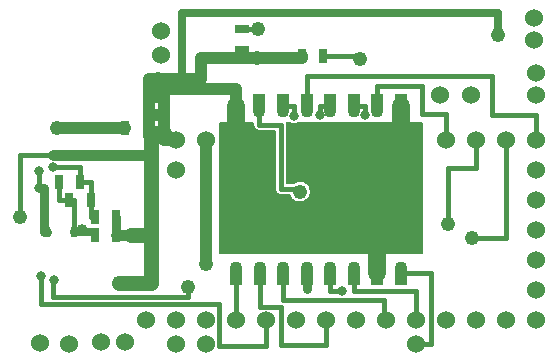
<source format=gbr>
%FSLAX23Y23*%
%MOIN*%
G04 EasyPC Gerber Version 17.0 Build 3379 *
%AMT107*0 Bullet Pad at angle 0*21,1,0.04331,0.05709,0,0,0*%
%ADD107T107*%
%ADD104R,0.02480X0.03268*%
%ADD28R,0.03150X0.04724*%
%ADD10C,0.00500*%
%ADD74C,0.01500*%
%ADD76C,0.02500*%
%ADD135C,0.02756*%
%ADD72C,0.03000*%
%ADD17C,0.03200*%
%ADD108C,0.03500*%
%ADD126C,0.03937*%
%ADD73C,0.04000*%
%ADD106C,0.04331*%
%ADD29C,0.04800*%
%ADD109C,0.05000*%
%ADD127C,0.05906*%
%ADD19C,0.06000*%
%ADD23R,0.04724X0.03150*%
%AMT105*0 Bullet Pad at angle 180*21,1,0.04331,0.05709,0,0,180*%
%ADD105T105*%
X0Y0D02*
D02*
D10*
X1031Y781D02*
X920D01*
Y347*
X1594*
Y781*
X1414*
G75*
G02X1393I-10J27*
G01*
X1184*
G75*
G02X1150I-17J23*
G01*
X1142*
G75*
G02X1143Y773I-19J-7*
G01*
Y579*
X1163*
G75*
G02X1223Y551I24J-27*
G01*
G75*
G02X1153Y539I-37*
G01*
X1123*
G75*
G02X1103Y559J20*
G01*
Y753*
X1051*
G75*
G02X1031Y773J20*
G01*
Y781*
G36*
X920*
Y347*
X1594*
Y781*
X1414*
G75*
G02X1393I-10J27*
G01*
X1184*
G75*
G02X1150I-17J23*
G01*
X1142*
G75*
G02X1143Y773I-19J-7*
G01*
Y579*
X1163*
G75*
G02X1223Y551I24J-27*
G01*
G75*
G02X1153Y539I-37*
G01*
X1123*
G75*
G02X1103Y559J20*
G01*
Y753*
X1051*
G75*
G02X1031Y773J20*
G01*
Y781*
G37*
D02*
D17*
X318Y620D03*
X318Y563D03*
X322Y271D03*
X363Y632D03*
Y673D03*
X367Y257D03*
X1167Y804D03*
X1255Y807D03*
X1326Y220D03*
X1403Y808D03*
D02*
D19*
X320Y45D03*
X417Y42D03*
X522Y49D03*
X602Y51D03*
X673Y123D03*
X723Y1008D03*
Y1088D03*
X773Y43D03*
Y123D03*
Y623D03*
Y723D03*
X873Y43D03*
Y123D03*
Y723D03*
X973Y123D03*
X1073D03*
X1173D03*
X1273D03*
X1373D03*
X1473D03*
X1573Y43D03*
Y123D03*
X1653Y873D03*
X1673Y123D03*
Y723D03*
X1758Y873D03*
X1773Y123D03*
Y723D03*
X1873Y123D03*
Y723D03*
X1968Y1056D03*
Y1129D03*
X1973Y123D03*
Y223D03*
Y323D03*
Y423D03*
Y523D03*
Y623D03*
Y723D03*
Y873D03*
Y946D03*
D02*
D23*
X993Y1022D03*
Y1093D03*
D02*
D28*
X383Y583D03*
X418Y523D03*
X454Y583D03*
X489Y523D03*
X503Y407D03*
Y468D03*
X574Y407D03*
Y468D03*
X605Y764D03*
X676D03*
X1193Y1002D03*
X1264D03*
D02*
D29*
X255Y465D03*
X378Y763D03*
X585Y246D03*
X713Y927D03*
X793Y928D03*
X812Y234D03*
X874Y309D03*
X1043Y998D03*
X1048Y1093D03*
X1187Y551D03*
X1388Y993D03*
X1680Y444D03*
X1760Y398D03*
X1848Y1073D03*
D02*
D72*
X318Y563D02*
X333D01*
Y418*
X343*
X574Y468D02*
Y407D01*
X993Y1022D02*
Y998D01*
X1043*
X1210Y225D02*
Y279D01*
X1209*
X1210Y225D03*
D02*
D73*
X378Y763D02*
X496D01*
Y764*
X605*
X683Y808D02*
X733D01*
X683D02*
Y868D01*
Y808D02*
Y738D01*
X733*
X683Y868D02*
X733D01*
Y877*
X683Y868D02*
Y928D01*
X793*
X733Y748D02*
Y723D01*
X773*
X733Y813D02*
Y748D01*
Y877D02*
Y813D01*
Y877D02*
Y902D01*
X713*
Y927*
X793Y928D02*
X858D01*
Y998*
X1043*
X793Y928D02*
X753D01*
Y927*
X713*
X873Y723D02*
Y309D01*
X973Y837D02*
X973D01*
Y892*
X733*
Y877*
X1193Y1002D02*
Y998D01*
X1043*
D02*
D74*
X318Y620D02*
Y591D01*
X318*
Y563*
X322Y271D02*
Y176D01*
X916*
Y35*
X1073*
Y123*
X363Y632D02*
X454D01*
Y583*
X363Y673D02*
X255D01*
Y465*
X367Y257D02*
X364D01*
Y201*
X814*
Y234*
X812*
X418Y523D02*
X383D01*
Y583*
X434Y418D02*
Y523D01*
X418*
X489D02*
Y583D01*
X454*
X489Y523D02*
Y468D01*
X503*
Y418D02*
Y407D01*
X690Y673D02*
Y668D01*
X733Y738D02*
Y748D01*
Y808D02*
Y813D01*
X873Y309D02*
X874D01*
X973Y279D02*
Y123D01*
X973*
X993Y1093D02*
X1048D01*
Y1093*
X1051Y837D02*
Y773D01*
X1123*
Y559*
X1187*
Y551*
X1052Y279D02*
Y166D01*
X1123*
Y39*
X1273*
Y123*
X1130Y837D02*
X1167D01*
Y804*
X1130Y279D02*
Y191D01*
X1468*
Y123*
X1473*
X1209Y837D02*
Y938D01*
X1828*
Y808*
X1973*
Y723*
X1264Y1002D02*
X1393D01*
Y998*
X1388Y993*
X1288Y837D02*
X1255D01*
Y807*
X1288Y279D02*
Y220D01*
X1326*
X1366Y837D02*
X1403D01*
Y808*
X1367Y279D02*
Y219D01*
X1573*
Y123*
X1445Y837D02*
Y902D01*
X1595*
Y811*
X1673*
Y723*
X1524Y635D02*
X1523D01*
X1524Y279D02*
X1623D01*
Y43*
X1573*
X1680Y444D02*
Y630D01*
X1773*
Y723*
X1760Y398D02*
X1873D01*
Y723*
D02*
D76*
X793Y928D02*
Y1148D01*
X1848*
Y1073*
D02*
D104*
X343Y418D03*
X434D03*
D02*
D105*
X973Y848D03*
D02*
D106*
Y819D03*
D02*
D105*
X1051Y848D03*
D02*
D106*
Y819D03*
D02*
D105*
X1130Y848D03*
D02*
D106*
Y819D03*
D02*
D105*
X1209Y848D03*
D02*
D106*
Y819D03*
D02*
D105*
X1288Y848D03*
D02*
D106*
Y819D03*
D02*
D105*
X1366Y848D03*
D02*
D106*
Y819D03*
D02*
D105*
X1445Y848D03*
D02*
D106*
Y819D03*
D02*
D105*
X1524Y848D03*
D02*
D106*
Y819D03*
D02*
D107*
X973Y269D03*
D02*
D106*
Y297D03*
D02*
D107*
X1052Y269D03*
D02*
D106*
Y297D03*
D02*
D107*
X1130Y269D03*
D02*
D106*
Y297D03*
D02*
D107*
X1209Y269D03*
D02*
D106*
Y297D03*
D02*
D107*
X1288Y269D03*
D02*
D106*
Y297D03*
D02*
D107*
X1367Y269D03*
D02*
D106*
Y297D03*
D02*
D107*
X1445Y269D03*
D02*
D106*
Y297D03*
D02*
D107*
X1524Y269D03*
D02*
D106*
Y297D03*
D02*
D108*
X363Y673D02*
X690D01*
X574Y407D02*
X622D01*
D02*
D109*
X585Y246D02*
X690D01*
Y407*
X622D02*
X690D01*
Y668*
X733Y748D02*
X690D01*
Y668*
D02*
D126*
X459Y424D03*
D02*
D127*
X973Y837D02*
Y675D01*
X972*
X1445Y279D02*
Y430D01*
X1435*
X1524Y837D02*
Y635D01*
D02*
D135*
X434Y418D02*
X503D01*
X0Y0D02*
M02*

</source>
